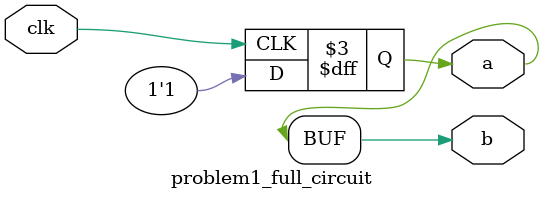
<source format=v>
module problem1_full_circuit(
 input wire clk,
 output reg a,
 output reg b);

// Simple combinational logic
always @(*) b = a;

// Simple sequential logic
always @(posedge clk) begin
 a <= 0;
 a <= 1;
end

endmodule

</source>
